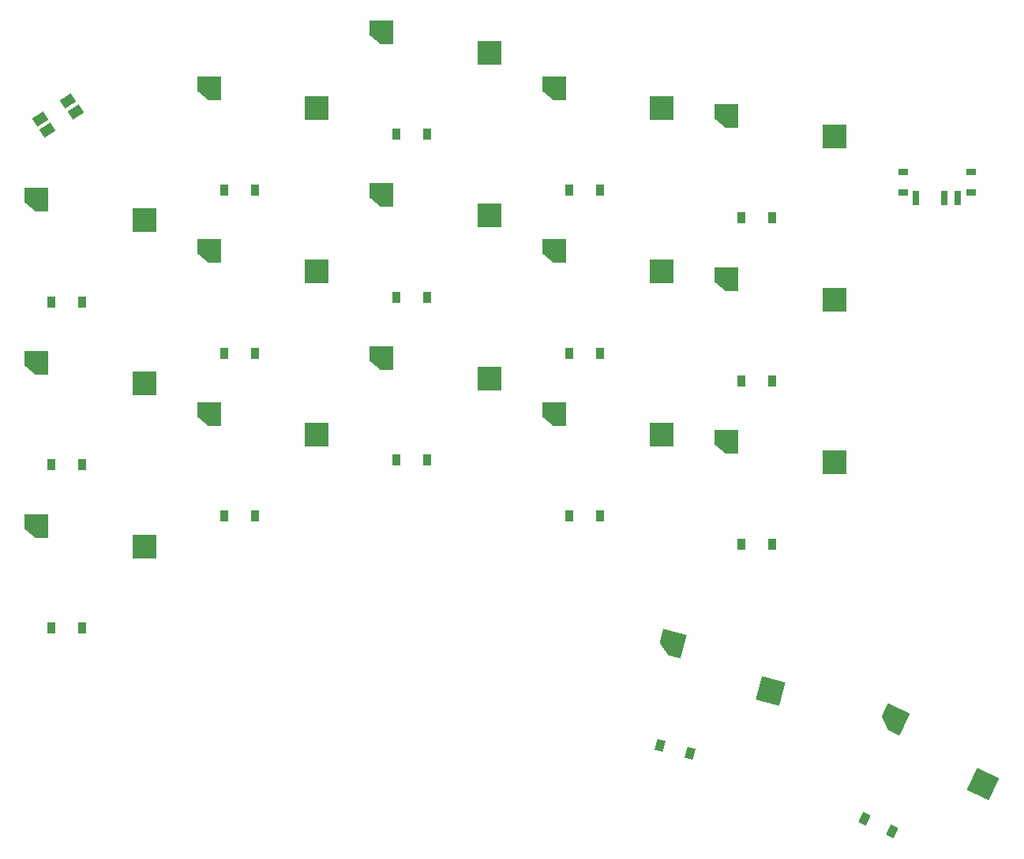
<source format=gbr>
%TF.GenerationSoftware,KiCad,Pcbnew,7.0.10*%
%TF.CreationDate,2024-01-16T00:43:54+02:00*%
%TF.ProjectId,snak_final,736e616b-5f66-4696-9e61-6c2e6b696361,0.1*%
%TF.SameCoordinates,Original*%
%TF.FileFunction,Paste,Bot*%
%TF.FilePolarity,Positive*%
%FSLAX46Y46*%
G04 Gerber Fmt 4.6, Leading zero omitted, Abs format (unit mm)*
G04 Created by KiCad (PCBNEW 7.0.10) date 2024-01-16 00:43:54*
%MOMM*%
%LPD*%
G01*
G04 APERTURE LIST*
G04 Aperture macros list*
%AMRotRect*
0 Rectangle, with rotation*
0 The origin of the aperture is its center*
0 $1 length*
0 $2 width*
0 $3 Rotation angle, in degrees counterclockwise*
0 Add horizontal line*
21,1,$1,$2,0,0,$3*%
%AMFreePoly0*
4,1,6,1.300000,-1.300000,-0.050000,-1.300000,-1.300000,-0.250000,-1.300000,1.300000,1.300000,1.300000,1.300000,-1.300000,1.300000,-1.300000,$1*%
G04 Aperture macros list end*
%ADD10R,2.600000X2.600000*%
%ADD11FreePoly0,0.000000*%
%ADD12RotRect,2.600000X2.600000X345.000000*%
%ADD13FreePoly0,345.000000*%
%ADD14RotRect,2.600000X2.600000X335.000000*%
%ADD15FreePoly0,335.000000*%
%ADD16R,0.900000X1.200000*%
%ADD17RotRect,0.900000X1.200000X345.000000*%
%ADD18RotRect,0.900000X1.200000X335.000000*%
%ADD19R,1.000000X0.800000*%
%ADD20R,0.700000X1.500000*%
%ADD21RotRect,1.400000X1.050000X33.000000*%
G04 APERTURE END LIST*
D10*
%TO.C,S1*%
X108275000Y-96250000D03*
D11*
X96725000Y-94050000D03*
%TD*%
D10*
%TO.C,S2*%
X108275000Y-78750000D03*
D11*
X96725000Y-76550000D03*
%TD*%
D10*
%TO.C,S3*%
X108275000Y-61250000D03*
D11*
X96725000Y-59050000D03*
%TD*%
D10*
%TO.C,S4*%
X126775000Y-84250000D03*
D11*
X115225000Y-82050000D03*
%TD*%
D10*
%TO.C,S5*%
X126775000Y-66750000D03*
D11*
X115225000Y-64550000D03*
%TD*%
D10*
%TO.C,S6*%
X126775000Y-49250000D03*
D11*
X115225000Y-47050000D03*
%TD*%
D10*
%TO.C,S7*%
X145275000Y-78250000D03*
D11*
X133725000Y-76050000D03*
%TD*%
D10*
%TO.C,S8*%
X145275000Y-60750000D03*
D11*
X133725000Y-58550000D03*
%TD*%
D10*
%TO.C,S9*%
X145275000Y-43250000D03*
D11*
X133725000Y-41050000D03*
%TD*%
D10*
%TO.C,S10*%
X163775000Y-84250000D03*
D11*
X152225000Y-82050000D03*
%TD*%
D10*
%TO.C,S11*%
X163775000Y-66750000D03*
D11*
X152225000Y-64550000D03*
%TD*%
D10*
%TO.C,S12*%
X163775000Y-49250000D03*
D11*
X152225000Y-47050000D03*
%TD*%
D10*
%TO.C,S13*%
X182275000Y-87250000D03*
D11*
X170725000Y-85050000D03*
%TD*%
D10*
%TO.C,S14*%
X182275000Y-69750000D03*
D11*
X170725000Y-67550000D03*
%TD*%
D10*
%TO.C,S15*%
X182275000Y-52250000D03*
D11*
X170725000Y-50050000D03*
%TD*%
D12*
%TO.C,S16*%
X175463608Y-111769506D03*
D13*
X164876566Y-106655109D03*
%TD*%
D14*
%TO.C,S17*%
X198184392Y-121733502D03*
D15*
X188646298Y-114858384D03*
%TD*%
D16*
%TO.C,D1*%
X98350000Y-105000000D03*
X101650000Y-105000000D03*
%TD*%
%TO.C,D2*%
X98350000Y-87500000D03*
X101650000Y-87500000D03*
%TD*%
%TO.C,D3*%
X98350000Y-70000000D03*
X101650000Y-70000000D03*
%TD*%
%TO.C,D4*%
X116850000Y-93000000D03*
X120150000Y-93000000D03*
%TD*%
%TO.C,D5*%
X116850000Y-75500000D03*
X120150000Y-75500000D03*
%TD*%
%TO.C,D6*%
X116850000Y-58000000D03*
X120150000Y-58000000D03*
%TD*%
%TO.C,D7*%
X135350000Y-87000000D03*
X138650000Y-87000000D03*
%TD*%
%TO.C,D8*%
X135350000Y-69500000D03*
X138650000Y-69500000D03*
%TD*%
%TO.C,D9*%
X135350000Y-52000000D03*
X138650000Y-52000000D03*
%TD*%
%TO.C,D10*%
X153850000Y-93000000D03*
X157150000Y-93000000D03*
%TD*%
%TO.C,D11*%
X153850000Y-75500000D03*
X157150000Y-75500000D03*
%TD*%
%TO.C,D12*%
X153850000Y-58000000D03*
X157150000Y-58000000D03*
%TD*%
%TO.C,D13*%
X172350000Y-96000000D03*
X175650000Y-96000000D03*
%TD*%
%TO.C,D14*%
X172350000Y-78500000D03*
X175650000Y-78500000D03*
%TD*%
%TO.C,D15*%
X172350000Y-61000000D03*
X175650000Y-61000000D03*
%TD*%
D17*
%TO.C,D16*%
X163612127Y-117652578D03*
X166799683Y-118506680D03*
%TD*%
D18*
%TO.C,D17*%
X185491378Y-125469209D03*
X188482194Y-126863849D03*
%TD*%
D19*
%TO.C,SW1*%
X196950000Y-56025000D03*
D20*
X191050000Y-58885000D03*
X194050000Y-58885000D03*
D19*
X196950000Y-58235000D03*
D20*
X195550000Y-58885000D03*
D19*
X189650000Y-56025000D03*
X189650000Y-58235000D03*
%TD*%
D21*
%TO.C,SW2*%
X100901747Y-49623493D03*
X97098253Y-50376507D03*
X100117467Y-48415807D03*
X97882533Y-51584193D03*
%TD*%
M02*

</source>
